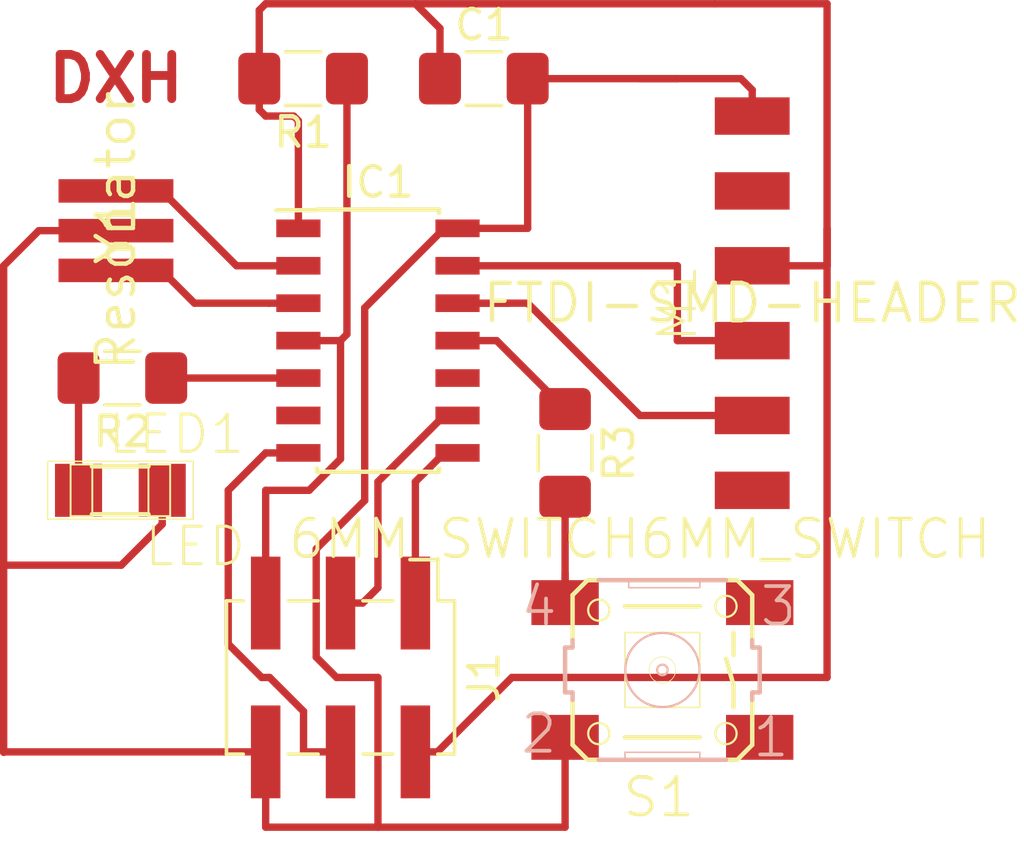
<source format=kicad_pcb>
(kicad_pcb (version 20171130) (host pcbnew 5.0.0)

  (general
    (thickness 1.6)
    (drawings 1)
    (tracks 93)
    (zones 0)
    (modules 10)
    (nets 21)
  )

  (page A4)
  (layers
    (0 F.Cu signal)
    (31 B.Cu signal)
    (32 B.Adhes user)
    (33 F.Adhes user)
    (34 B.Paste user)
    (35 F.Paste user)
    (36 B.SilkS user)
    (37 F.SilkS user)
    (38 B.Mask user)
    (39 F.Mask user)
    (40 Dwgs.User user)
    (41 Cmts.User user)
    (42 Eco1.User user)
    (43 Eco2.User user)
    (44 Edge.Cuts user)
    (45 Margin user)
    (46 B.CrtYd user)
    (47 F.CrtYd user)
    (48 B.Fab user)
    (49 F.Fab user)
  )

  (setup
    (last_trace_width 0.25)
    (trace_clearance 0.2)
    (zone_clearance 0.508)
    (zone_45_only no)
    (trace_min 0.2)
    (segment_width 0.2)
    (edge_width 0.15)
    (via_size 0.8)
    (via_drill 0.4)
    (via_min_size 0.4)
    (via_min_drill 0.3)
    (uvia_size 0.3)
    (uvia_drill 0.1)
    (uvias_allowed no)
    (uvia_min_size 0.2)
    (uvia_min_drill 0.1)
    (pcb_text_width 0.3)
    (pcb_text_size 1.5 1.5)
    (mod_edge_width 0.15)
    (mod_text_size 1 1)
    (mod_text_width 0.15)
    (pad_size 1.524 1.524)
    (pad_drill 0.762)
    (pad_to_mask_clearance 0.2)
    (aux_axis_origin 0 0)
    (visible_elements FFFFFF7F)
    (pcbplotparams
      (layerselection 0x010fc_ffffffff)
      (usegerberextensions false)
      (usegerberattributes false)
      (usegerberadvancedattributes false)
      (creategerberjobfile false)
      (excludeedgelayer true)
      (linewidth 0.100000)
      (plotframeref false)
      (viasonmask false)
      (mode 1)
      (useauxorigin false)
      (hpglpennumber 1)
      (hpglpenspeed 20)
      (hpglpendiameter 15.000000)
      (psnegative false)
      (psa4output false)
      (plotreference true)
      (plotvalue true)
      (plotinvisibletext false)
      (padsonsilk false)
      (subtractmaskfromsilk false)
      (outputformat 1)
      (mirror false)
      (drillshape 1)
      (scaleselection 1)
      (outputdirectory "./"))
  )

  (net 0 "")
  (net 1 +5V)
  (net 2 "Net-(IC1-Pad2)")
  (net 3 "Net-(IC1-Pad3)")
  (net 4 "Net-(IC1-Pad4)")
  (net 5 /LED1)
  (net 6 /SWITCH)
  (net 7 /MOSI)
  (net 8 /MISO)
  (net 9 /SCK)
  (net 10 "Net-(IC1-Pad10)")
  (net 11 "Net-(IC1-Pad12)")
  (net 12 "Net-(IC1-Pad13)")
  (net 13 Earth)
  (net 14 "Net-(LED1-Pad1)")
  (net 15 "Net-(M1-Pad2)")
  (net 16 "Net-(M1-Pad6)")
  (net 17 "Net-(S1-Pad1)")
  (net 18 "Net-(S1-Pad3)")
  (net 19 "Net-(IC1-Pad6)")
  (net 20 "Net-(R3-Pad2)")

  (net_class Default "This is the default net class."
    (clearance 0.2)
    (trace_width 0.25)
    (via_dia 0.8)
    (via_drill 0.4)
    (uvia_dia 0.3)
    (uvia_drill 0.1)
    (add_net +5V)
    (add_net /LED1)
    (add_net /MISO)
    (add_net /MOSI)
    (add_net /SCK)
    (add_net /SWITCH)
    (add_net Earth)
    (add_net "Net-(IC1-Pad10)")
    (add_net "Net-(IC1-Pad12)")
    (add_net "Net-(IC1-Pad13)")
    (add_net "Net-(IC1-Pad2)")
    (add_net "Net-(IC1-Pad3)")
    (add_net "Net-(IC1-Pad4)")
    (add_net "Net-(IC1-Pad6)")
    (add_net "Net-(LED1-Pad1)")
    (add_net "Net-(M1-Pad2)")
    (add_net "Net-(M1-Pad6)")
    (add_net "Net-(R3-Pad2)")
    (add_net "Net-(S1-Pad1)")
    (add_net "Net-(S1-Pad3)")
  )

  (module fab:fab-6MM_SWITCH (layer F.Cu) (tedit 200000) (tstamp 5BC2ACC3)
    (at 62.992 73.406 180)
    (descr "OMRON SWITCH")
    (tags "OMRON SWITCH")
    (path /5BB7076B)
    (attr smd)
    (fp_text reference S1 (at 0.127 -4.318 180) (layer F.SilkS)
      (effects (font (size 1.27 1.27) (thickness 0.127)))
    )
    (fp_text value 6MM_SWITCH6MM_SWITCH (at 0.762 4.445 180) (layer F.SilkS)
      (effects (font (size 1.27 1.27) (thickness 0.127)))
    )
    (fp_line (start 3.302 0.762) (end 3.048 0.762) (layer B.SilkS) (width 0.1524))
    (fp_line (start 3.302 0.762) (end 3.302 -0.762) (layer B.SilkS) (width 0.1524))
    (fp_line (start 3.048 -0.762) (end 3.302 -0.762) (layer B.SilkS) (width 0.1524))
    (fp_line (start 3.048 -1.016) (end 3.048 -2.54) (layer F.SilkS) (width 0.1524))
    (fp_line (start -3.302 -0.762) (end -3.048 -0.762) (layer B.SilkS) (width 0.1524))
    (fp_line (start -3.302 -0.762) (end -3.302 0.762) (layer B.SilkS) (width 0.1524))
    (fp_line (start -3.048 0.762) (end -3.302 0.762) (layer B.SilkS) (width 0.1524))
    (fp_line (start 3.048 -2.54) (end 2.54 -3.048) (layer F.SilkS) (width 0.1524))
    (fp_line (start 2.54 3.048) (end 3.048 2.54) (layer F.SilkS) (width 0.1524))
    (fp_line (start 3.048 2.54) (end 3.048 1.016) (layer F.SilkS) (width 0.1524))
    (fp_line (start -2.54 -3.048) (end -3.048 -2.54) (layer F.SilkS) (width 0.1524))
    (fp_line (start -3.048 -2.54) (end -3.048 -1.016) (layer F.SilkS) (width 0.1524))
    (fp_line (start -2.54 3.048) (end -3.048 2.54) (layer F.SilkS) (width 0.1524))
    (fp_line (start -3.048 2.54) (end -3.048 1.016) (layer F.SilkS) (width 0.1524))
    (fp_line (start -1.27 -1.27) (end -1.27 1.27) (layer F.SilkS) (width 0.0508))
    (fp_line (start 1.27 1.27) (end -1.27 1.27) (layer F.SilkS) (width 0.0508))
    (fp_line (start 1.27 1.27) (end 1.27 -1.27) (layer F.SilkS) (width 0.0508))
    (fp_line (start -1.27 -1.27) (end 1.27 -1.27) (layer F.SilkS) (width 0.0508))
    (fp_line (start -1.27 -3.048) (end -1.27 -2.794) (layer B.SilkS) (width 0.0508))
    (fp_line (start 1.27 -2.794) (end -1.27 -2.794) (layer B.SilkS) (width 0.0508))
    (fp_line (start 1.27 -2.794) (end 1.27 -3.048) (layer B.SilkS) (width 0.0508))
    (fp_line (start 1.143 2.794) (end -1.27 2.794) (layer B.SilkS) (width 0.0508))
    (fp_line (start 1.143 2.794) (end 1.143 3.048) (layer B.SilkS) (width 0.0508))
    (fp_line (start -1.27 2.794) (end -1.27 3.048) (layer B.SilkS) (width 0.0508))
    (fp_line (start 2.54 3.048) (end 2.159 3.048) (layer F.SilkS) (width 0.1524))
    (fp_line (start -2.54 3.048) (end -2.159 3.048) (layer F.SilkS) (width 0.1524))
    (fp_line (start -2.159 3.048) (end -1.27 3.048) (layer B.SilkS) (width 0.1524))
    (fp_line (start -2.54 -3.048) (end -2.159 -3.048) (layer F.SilkS) (width 0.1524))
    (fp_line (start 2.54 -3.048) (end 2.159 -3.048) (layer F.SilkS) (width 0.1524))
    (fp_line (start 2.159 -3.048) (end 1.27 -3.048) (layer B.SilkS) (width 0.1524))
    (fp_line (start 1.27 -3.048) (end -1.27 -3.048) (layer B.SilkS) (width 0.1524))
    (fp_line (start -1.27 -3.048) (end -2.159 -3.048) (layer B.SilkS) (width 0.1524))
    (fp_line (start -1.27 3.048) (end 1.143 3.048) (layer B.SilkS) (width 0.1524))
    (fp_line (start 1.143 3.048) (end 2.159 3.048) (layer B.SilkS) (width 0.1524))
    (fp_line (start 3.048 0.762) (end 3.048 1.016) (layer B.SilkS) (width 0.1524))
    (fp_line (start 3.048 -0.762) (end 3.048 -1.016) (layer B.SilkS) (width 0.1524))
    (fp_line (start -3.048 0.762) (end -3.048 1.016) (layer B.SilkS) (width 0.1524))
    (fp_line (start -3.048 -0.762) (end -3.048 -1.016) (layer B.SilkS) (width 0.1524))
    (fp_line (start -1.27 2.159) (end 1.27 2.159) (layer F.SilkS) (width 0.1524))
    (fp_line (start 1.27 -2.286) (end -1.27 -2.286) (layer F.SilkS) (width 0.1524))
    (fp_line (start -2.413 -1.27) (end -2.413 -0.508) (layer F.SilkS) (width 0.1524))
    (fp_line (start -2.413 0.508) (end -2.413 1.27) (layer F.SilkS) (width 0.1524))
    (fp_line (start -2.413 -0.508) (end -2.159 0.381) (layer F.SilkS) (width 0.1524))
    (fp_circle (center 0 0) (end -0.889 0.889) (layer B.SilkS) (width 0.0762))
    (fp_circle (center -2.159 2.159) (end -2.413 2.413) (layer F.SilkS) (width 0.0762))
    (fp_circle (center 2.159 2.032) (end 2.413 2.286) (layer F.SilkS) (width 0.0762))
    (fp_circle (center 2.159 -2.159) (end 2.413 -2.413) (layer F.SilkS) (width 0.0762))
    (fp_circle (center -2.159 -2.159) (end -2.413 -2.413) (layer F.SilkS) (width 0.0762))
    (fp_circle (center 0 0) (end -0.3175 0.3175) (layer F.SilkS) (width 0.0254))
    (fp_circle (center 0 0) (end -0.127 0.127) (layer B.SilkS) (width 0.0762))
    (fp_text user 1 (at -3.683 -2.286 180) (layer B.SilkS)
      (effects (font (size 1.27 1.27) (thickness 0.127)))
    )
    (fp_text user 2 (at 4.191 -2.159 180) (layer B.SilkS)
      (effects (font (size 1.27 1.27) (thickness 0.127)))
    )
    (fp_text user 3 (at -3.937 2.159 180) (layer B.SilkS)
      (effects (font (size 1.27 1.27) (thickness 0.127)))
    )
    (fp_text user 4 (at 4.191 2.159 180) (layer B.SilkS)
      (effects (font (size 1.27 1.27) (thickness 0.127)))
    )
    (pad 1 smd rect (at -3.302 -2.286 180) (size 2.286 1.524) (layers F.Cu F.Paste F.Mask)
      (net 17 "Net-(S1-Pad1)"))
    (pad 2 smd rect (at 3.302 -2.286 180) (size 2.286 1.524) (layers F.Cu F.Paste F.Mask)
      (net 13 Earth))
    (pad 3 smd rect (at -3.302 2.286 180) (size 2.286 1.524) (layers F.Cu F.Paste F.Mask)
      (net 18 "Net-(S1-Pad3)"))
    (pad 4 smd rect (at 3.302 2.286 180) (size 2.286 1.524) (layers F.Cu F.Paste F.Mask)
      (net 20 "Net-(R3-Pad2)"))
  )

  (module Package_SO:SOIC-14_3.9x8.7mm_P1.27mm (layer F.Cu) (tedit 5A02F2D3) (tstamp 5BB6B2C1)
    (at 53.34 62.23)
    (descr "14-Lead Plastic Small Outline (SL) - Narrow, 3.90 mm Body [SOIC] (see Microchip Packaging Specification 00000049BS.pdf)")
    (tags "SOIC 1.27")
    (path /5BB66B58)
    (attr smd)
    (fp_text reference IC1 (at 0 -5.375) (layer F.SilkS)
      (effects (font (size 1 1) (thickness 0.15)))
    )
    (fp_text value t44 (at 0 5.375) (layer F.Fab)
      (effects (font (size 1 1) (thickness 0.15)))
    )
    (fp_text user %R (at 0 0) (layer F.Fab)
      (effects (font (size 0.9 0.9) (thickness 0.135)))
    )
    (fp_line (start -0.95 -4.35) (end 1.95 -4.35) (layer F.Fab) (width 0.15))
    (fp_line (start 1.95 -4.35) (end 1.95 4.35) (layer F.Fab) (width 0.15))
    (fp_line (start 1.95 4.35) (end -1.95 4.35) (layer F.Fab) (width 0.15))
    (fp_line (start -1.95 4.35) (end -1.95 -3.35) (layer F.Fab) (width 0.15))
    (fp_line (start -1.95 -3.35) (end -0.95 -4.35) (layer F.Fab) (width 0.15))
    (fp_line (start -3.7 -4.65) (end -3.7 4.65) (layer F.CrtYd) (width 0.05))
    (fp_line (start 3.7 -4.65) (end 3.7 4.65) (layer F.CrtYd) (width 0.05))
    (fp_line (start -3.7 -4.65) (end 3.7 -4.65) (layer F.CrtYd) (width 0.05))
    (fp_line (start -3.7 4.65) (end 3.7 4.65) (layer F.CrtYd) (width 0.05))
    (fp_line (start -2.075 -4.45) (end -2.075 -4.425) (layer F.SilkS) (width 0.15))
    (fp_line (start 2.075 -4.45) (end 2.075 -4.335) (layer F.SilkS) (width 0.15))
    (fp_line (start 2.075 4.45) (end 2.075 4.335) (layer F.SilkS) (width 0.15))
    (fp_line (start -2.075 4.45) (end -2.075 4.335) (layer F.SilkS) (width 0.15))
    (fp_line (start -2.075 -4.45) (end 2.075 -4.45) (layer F.SilkS) (width 0.15))
    (fp_line (start -2.075 4.45) (end 2.075 4.45) (layer F.SilkS) (width 0.15))
    (fp_line (start -2.075 -4.425) (end -3.45 -4.425) (layer F.SilkS) (width 0.15))
    (pad 1 smd rect (at -2.7 -3.81) (size 1.5 0.6) (layers F.Cu F.Paste F.Mask)
      (net 1 +5V))
    (pad 2 smd rect (at -2.7 -2.54) (size 1.5 0.6) (layers F.Cu F.Paste F.Mask)
      (net 2 "Net-(IC1-Pad2)"))
    (pad 3 smd rect (at -2.7 -1.27) (size 1.5 0.6) (layers F.Cu F.Paste F.Mask)
      (net 3 "Net-(IC1-Pad3)"))
    (pad 4 smd rect (at -2.7 0) (size 1.5 0.6) (layers F.Cu F.Paste F.Mask)
      (net 4 "Net-(IC1-Pad4)"))
    (pad 5 smd rect (at -2.7 1.27) (size 1.5 0.6) (layers F.Cu F.Paste F.Mask)
      (net 5 /LED1))
    (pad 6 smd rect (at -2.7 2.54) (size 1.5 0.6) (layers F.Cu F.Paste F.Mask)
      (net 19 "Net-(IC1-Pad6)"))
    (pad 7 smd rect (at -2.7 3.81) (size 1.5 0.6) (layers F.Cu F.Paste F.Mask)
      (net 7 /MOSI))
    (pad 8 smd rect (at 2.7 3.81) (size 1.5 0.6) (layers F.Cu F.Paste F.Mask)
      (net 8 /MISO))
    (pad 9 smd rect (at 2.7 2.54) (size 1.5 0.6) (layers F.Cu F.Paste F.Mask)
      (net 9 /SCK))
    (pad 10 smd rect (at 2.7 1.27) (size 1.5 0.6) (layers F.Cu F.Paste F.Mask)
      (net 10 "Net-(IC1-Pad10)"))
    (pad 11 smd rect (at 2.7 0) (size 1.5 0.6) (layers F.Cu F.Paste F.Mask)
      (net 6 /SWITCH))
    (pad 12 smd rect (at 2.7 -1.27) (size 1.5 0.6) (layers F.Cu F.Paste F.Mask)
      (net 11 "Net-(IC1-Pad12)"))
    (pad 13 smd rect (at 2.7 -2.54) (size 1.5 0.6) (layers F.Cu F.Paste F.Mask)
      (net 12 "Net-(IC1-Pad13)"))
    (pad 14 smd rect (at 2.7 -3.81) (size 1.5 0.6) (layers F.Cu F.Paste F.Mask)
      (net 13 Earth))
    (model ${KISYS3DMOD}/Package_SO.3dshapes/SOIC-14_3.9x8.7mm_P1.27mm.wrl
      (at (xyz 0 0 0))
      (scale (xyz 1 1 1))
      (rotate (xyz 0 0 0))
    )
  )

  (module Capacitor_SMD:C_1206_3216Metric_Pad1.42x1.75mm_HandSolder (layer F.Cu) (tedit 5B301BBE) (tstamp 5BC2AC14)
    (at 56.9325 53.34)
    (descr "Capacitor SMD 1206 (3216 Metric), square (rectangular) end terminal, IPC_7351 nominal with elongated pad for handsoldering. (Body size source: http://www.tortai-tech.com/upload/download/2011102023233369053.pdf), generated with kicad-footprint-generator")
    (tags "capacitor handsolder")
    (path /5BB665F6)
    (attr smd)
    (fp_text reference C1 (at 0 -1.82) (layer F.SilkS)
      (effects (font (size 1 1) (thickness 0.15)))
    )
    (fp_text value "1 uF" (at 0 1.82) (layer F.Fab)
      (effects (font (size 1 1) (thickness 0.15)))
    )
    (fp_line (start -1.6 0.8) (end -1.6 -0.8) (layer F.Fab) (width 0.1))
    (fp_line (start -1.6 -0.8) (end 1.6 -0.8) (layer F.Fab) (width 0.1))
    (fp_line (start 1.6 -0.8) (end 1.6 0.8) (layer F.Fab) (width 0.1))
    (fp_line (start 1.6 0.8) (end -1.6 0.8) (layer F.Fab) (width 0.1))
    (fp_line (start -0.602064 -0.91) (end 0.602064 -0.91) (layer F.SilkS) (width 0.12))
    (fp_line (start -0.602064 0.91) (end 0.602064 0.91) (layer F.SilkS) (width 0.12))
    (fp_line (start -2.45 1.12) (end -2.45 -1.12) (layer F.CrtYd) (width 0.05))
    (fp_line (start -2.45 -1.12) (end 2.45 -1.12) (layer F.CrtYd) (width 0.05))
    (fp_line (start 2.45 -1.12) (end 2.45 1.12) (layer F.CrtYd) (width 0.05))
    (fp_line (start 2.45 1.12) (end -2.45 1.12) (layer F.CrtYd) (width 0.05))
    (fp_text user %R (at 0 0) (layer F.Fab)
      (effects (font (size 0.8 0.8) (thickness 0.12)))
    )
    (pad 1 smd roundrect (at -1.4875 0) (size 1.425 1.75) (layers F.Cu F.Paste F.Mask) (roundrect_rratio 0.175439)
      (net 1 +5V))
    (pad 2 smd roundrect (at 1.4875 0) (size 1.425 1.75) (layers F.Cu F.Paste F.Mask) (roundrect_rratio 0.175439)
      (net 13 Earth))
    (model ${KISYS3DMOD}/Capacitor_SMD.3dshapes/C_1206_3216Metric.wrl
      (at (xyz 0 0 0))
      (scale (xyz 1 1 1))
      (rotate (xyz 0 0 0))
    )
  )

  (module Connector_PinHeader_2.54mm:PinHeader_2x03_P2.54mm_Vertical_SMD (layer F.Cu) (tedit 59FED5CC) (tstamp 5BC2AC45)
    (at 52.07 73.66 270)
    (descr "surface-mounted straight pin header, 2x03, 2.54mm pitch, double rows")
    (tags "Surface mounted pin header SMD 2x03 2.54mm double row")
    (path /5BB66480)
    (attr smd)
    (fp_text reference J1 (at 0 -4.87 270) (layer F.SilkS)
      (effects (font (size 1 1) (thickness 0.15)))
    )
    (fp_text value AVR-ISP-6 (at 0 4.87 270) (layer F.Fab)
      (effects (font (size 1 1) (thickness 0.15)))
    )
    (fp_line (start 2.54 3.81) (end -2.54 3.81) (layer F.Fab) (width 0.1))
    (fp_line (start -1.59 -3.81) (end 2.54 -3.81) (layer F.Fab) (width 0.1))
    (fp_line (start -2.54 3.81) (end -2.54 -2.86) (layer F.Fab) (width 0.1))
    (fp_line (start -2.54 -2.86) (end -1.59 -3.81) (layer F.Fab) (width 0.1))
    (fp_line (start 2.54 -3.81) (end 2.54 3.81) (layer F.Fab) (width 0.1))
    (fp_line (start -2.54 -2.86) (end -3.6 -2.86) (layer F.Fab) (width 0.1))
    (fp_line (start -3.6 -2.86) (end -3.6 -2.22) (layer F.Fab) (width 0.1))
    (fp_line (start -3.6 -2.22) (end -2.54 -2.22) (layer F.Fab) (width 0.1))
    (fp_line (start 2.54 -2.86) (end 3.6 -2.86) (layer F.Fab) (width 0.1))
    (fp_line (start 3.6 -2.86) (end 3.6 -2.22) (layer F.Fab) (width 0.1))
    (fp_line (start 3.6 -2.22) (end 2.54 -2.22) (layer F.Fab) (width 0.1))
    (fp_line (start -2.54 -0.32) (end -3.6 -0.32) (layer F.Fab) (width 0.1))
    (fp_line (start -3.6 -0.32) (end -3.6 0.32) (layer F.Fab) (width 0.1))
    (fp_line (start -3.6 0.32) (end -2.54 0.32) (layer F.Fab) (width 0.1))
    (fp_line (start 2.54 -0.32) (end 3.6 -0.32) (layer F.Fab) (width 0.1))
    (fp_line (start 3.6 -0.32) (end 3.6 0.32) (layer F.Fab) (width 0.1))
    (fp_line (start 3.6 0.32) (end 2.54 0.32) (layer F.Fab) (width 0.1))
    (fp_line (start -2.54 2.22) (end -3.6 2.22) (layer F.Fab) (width 0.1))
    (fp_line (start -3.6 2.22) (end -3.6 2.86) (layer F.Fab) (width 0.1))
    (fp_line (start -3.6 2.86) (end -2.54 2.86) (layer F.Fab) (width 0.1))
    (fp_line (start 2.54 2.22) (end 3.6 2.22) (layer F.Fab) (width 0.1))
    (fp_line (start 3.6 2.22) (end 3.6 2.86) (layer F.Fab) (width 0.1))
    (fp_line (start 3.6 2.86) (end 2.54 2.86) (layer F.Fab) (width 0.1))
    (fp_line (start -2.6 -3.87) (end 2.6 -3.87) (layer F.SilkS) (width 0.12))
    (fp_line (start -2.6 3.87) (end 2.6 3.87) (layer F.SilkS) (width 0.12))
    (fp_line (start -4.04 -3.3) (end -2.6 -3.3) (layer F.SilkS) (width 0.12))
    (fp_line (start -2.6 -3.87) (end -2.6 -3.3) (layer F.SilkS) (width 0.12))
    (fp_line (start 2.6 -3.87) (end 2.6 -3.3) (layer F.SilkS) (width 0.12))
    (fp_line (start -2.6 3.3) (end -2.6 3.87) (layer F.SilkS) (width 0.12))
    (fp_line (start 2.6 3.3) (end 2.6 3.87) (layer F.SilkS) (width 0.12))
    (fp_line (start -2.6 -1.78) (end -2.6 -0.76) (layer F.SilkS) (width 0.12))
    (fp_line (start 2.6 -1.78) (end 2.6 -0.76) (layer F.SilkS) (width 0.12))
    (fp_line (start -2.6 0.76) (end -2.6 1.78) (layer F.SilkS) (width 0.12))
    (fp_line (start 2.6 0.76) (end 2.6 1.78) (layer F.SilkS) (width 0.12))
    (fp_line (start -5.9 -4.35) (end -5.9 4.35) (layer F.CrtYd) (width 0.05))
    (fp_line (start -5.9 4.35) (end 5.9 4.35) (layer F.CrtYd) (width 0.05))
    (fp_line (start 5.9 4.35) (end 5.9 -4.35) (layer F.CrtYd) (width 0.05))
    (fp_line (start 5.9 -4.35) (end -5.9 -4.35) (layer F.CrtYd) (width 0.05))
    (fp_text user %R (at 0 0) (layer F.Fab)
      (effects (font (size 1 1) (thickness 0.15)))
    )
    (pad 1 smd rect (at -2.525 -2.54 270) (size 3.15 1) (layers F.Cu F.Paste F.Mask)
      (net 8 /MISO))
    (pad 2 smd rect (at 2.525 -2.54 270) (size 3.15 1) (layers F.Cu F.Paste F.Mask)
      (net 1 +5V))
    (pad 3 smd rect (at -2.525 0 270) (size 3.15 1) (layers F.Cu F.Paste F.Mask)
      (net 9 /SCK))
    (pad 4 smd rect (at 2.525 0 270) (size 3.15 1) (layers F.Cu F.Paste F.Mask)
      (net 7 /MOSI))
    (pad 5 smd rect (at -2.525 2.54 270) (size 3.15 1) (layers F.Cu F.Paste F.Mask)
      (net 4 "Net-(IC1-Pad4)"))
    (pad 6 smd rect (at 2.525 2.54 270) (size 3.15 1) (layers F.Cu F.Paste F.Mask)
      (net 13 Earth))
    (model ${KISYS3DMOD}/Connector_PinHeader_2.54mm.3dshapes/PinHeader_2x03_P2.54mm_Vertical_SMD.wrl
      (at (xyz 0 0 0))
      (scale (xyz 1 1 1))
      (rotate (xyz 0 0 0))
    )
  )

  (module fab:fab-LED1206 (layer F.Cu) (tedit 5BB7D3BE) (tstamp 5BC2AC59)
    (at 44.59986 67.31)
    (descr "LED 1206 PADS (STANDARD PATTERN)")
    (tags "LED 1206 PADS (STANDARD PATTERN)")
    (path /5BB6E9C2)
    (attr smd)
    (fp_text reference LED1 (at 1.905 -1.905) (layer F.SilkS)
      (effects (font (size 1.27 1.27) (thickness 0.1016)))
    )
    (fp_text value LED (at 2.54 1.905) (layer F.SilkS)
      (effects (font (size 1.27 1.27) (thickness 0.1016)))
    )
    (fp_line (start -1.6891 0.8763) (end -0.9525 0.8763) (layer F.SilkS) (width 0.06604))
    (fp_line (start -0.9525 0.8763) (end -0.9525 -0.8763) (layer F.SilkS) (width 0.06604))
    (fp_line (start -1.6891 -0.8763) (end -0.9525 -0.8763) (layer F.SilkS) (width 0.06604))
    (fp_line (start -1.6891 0.8763) (end -1.6891 -0.8763) (layer F.SilkS) (width 0.06604))
    (fp_line (start 0.9525 0.8763) (end 1.6891 0.8763) (layer F.SilkS) (width 0.06604))
    (fp_line (start 1.6891 0.8763) (end 1.6891 -0.8763) (layer F.SilkS) (width 0.06604))
    (fp_line (start 0.9525 -0.8763) (end 1.6891 -0.8763) (layer F.SilkS) (width 0.06604))
    (fp_line (start 0.9525 0.8763) (end 0.9525 -0.8763) (layer F.SilkS) (width 0.06604))
    (fp_line (start 0.9525 0.8128) (end -0.9652 0.8128) (layer F.SilkS) (width 0.1524))
    (fp_line (start 0.9525 -0.8128) (end -0.9652 -0.8128) (layer F.SilkS) (width 0.1524))
    (fp_line (start -2.47142 -0.98298) (end 2.47142 -0.98298) (layer F.SilkS) (width 0.0508))
    (fp_line (start 2.47142 -0.98298) (end 2.47142 0.98298) (layer F.SilkS) (width 0.0508))
    (fp_line (start 2.47142 0.98298) (end -2.47142 0.98298) (layer F.SilkS) (width 0.0508))
    (fp_line (start -2.47142 0.98298) (end -2.47142 -0.98298) (layer F.SilkS) (width 0.0508))
    (pad 1 smd rect (at -1.41986 0) (size 1.59766 1.80086) (layers F.Cu F.Paste F.Mask)
      (net 14 "Net-(LED1-Pad1)"))
    (pad 2 smd rect (at 1.41986 0) (size 1.59766 1.80086) (layers F.Cu F.Paste F.Mask)
      (net 13 Earth))
  )

  (module fab:fab-1X06SMD (layer F.Cu) (tedit 200000) (tstamp 5BC2AC63)
    (at 66.04 60.96)
    (path /5BB6A60E)
    (attr smd)
    (fp_text reference M1 (at -2.54 0 90) (layer F.SilkS)
      (effects (font (size 1.27 1.27) (thickness 0.1016)))
    )
    (fp_text value FTDI-SMD-HEADER (at 0 0) (layer F.SilkS)
      (effects (font (size 1.27 1.27) (thickness 0.15)))
    )
    (pad 1 smd rect (at 0 -6.35) (size 2.54 1.27) (layers F.Cu F.Paste F.Mask)
      (net 13 Earth))
    (pad 2 smd rect (at 0 -3.81) (size 2.54 1.27) (layers F.Cu F.Paste F.Mask)
      (net 15 "Net-(M1-Pad2)"))
    (pad 3 smd rect (at 0 -1.27) (size 2.54 1.27) (layers F.Cu F.Paste F.Mask)
      (net 1 +5V))
    (pad 4 smd rect (at 0 1.27) (size 2.54 1.27) (layers F.Cu F.Paste F.Mask)
      (net 12 "Net-(IC1-Pad13)"))
    (pad 5 smd rect (at 0 3.81) (size 2.54 1.27) (layers F.Cu F.Paste F.Mask)
      (net 11 "Net-(IC1-Pad12)"))
    (pad 6 smd rect (at 0 6.35) (size 2.54 1.27) (layers F.Cu F.Paste F.Mask)
      (net 16 "Net-(M1-Pad6)"))
  )

  (module Resistor_SMD:R_1206_3216Metric_Pad1.42x1.75mm_HandSolder (layer F.Cu) (tedit 5B301BBD) (tstamp 5BC2AC74)
    (at 50.8 53.34 180)
    (descr "Resistor SMD 1206 (3216 Metric), square (rectangular) end terminal, IPC_7351 nominal with elongated pad for handsoldering. (Body size source: http://www.tortai-tech.com/upload/download/2011102023233369053.pdf), generated with kicad-footprint-generator")
    (tags "resistor handsolder")
    (path /5BB652E2)
    (attr smd)
    (fp_text reference R1 (at 0 -1.82 180) (layer F.SilkS)
      (effects (font (size 1 1) (thickness 0.15)))
    )
    (fp_text value 10k (at 0 1.82 180) (layer F.Fab)
      (effects (font (size 1 1) (thickness 0.15)))
    )
    (fp_line (start -1.6 0.8) (end -1.6 -0.8) (layer F.Fab) (width 0.1))
    (fp_line (start -1.6 -0.8) (end 1.6 -0.8) (layer F.Fab) (width 0.1))
    (fp_line (start 1.6 -0.8) (end 1.6 0.8) (layer F.Fab) (width 0.1))
    (fp_line (start 1.6 0.8) (end -1.6 0.8) (layer F.Fab) (width 0.1))
    (fp_line (start -0.602064 -0.91) (end 0.602064 -0.91) (layer F.SilkS) (width 0.12))
    (fp_line (start -0.602064 0.91) (end 0.602064 0.91) (layer F.SilkS) (width 0.12))
    (fp_line (start -2.45 1.12) (end -2.45 -1.12) (layer F.CrtYd) (width 0.05))
    (fp_line (start -2.45 -1.12) (end 2.45 -1.12) (layer F.CrtYd) (width 0.05))
    (fp_line (start 2.45 -1.12) (end 2.45 1.12) (layer F.CrtYd) (width 0.05))
    (fp_line (start 2.45 1.12) (end -2.45 1.12) (layer F.CrtYd) (width 0.05))
    (fp_text user %R (at 0 0 180) (layer F.Fab)
      (effects (font (size 0.8 0.8) (thickness 0.12)))
    )
    (pad 1 smd roundrect (at -1.4875 0 180) (size 1.425 1.75) (layers F.Cu F.Paste F.Mask) (roundrect_rratio 0.175439)
      (net 4 "Net-(IC1-Pad4)"))
    (pad 2 smd roundrect (at 1.4875 0 180) (size 1.425 1.75) (layers F.Cu F.Paste F.Mask) (roundrect_rratio 0.175439)
      (net 1 +5V))
    (model ${KISYS3DMOD}/Resistor_SMD.3dshapes/R_1206_3216Metric.wrl
      (at (xyz 0 0 0))
      (scale (xyz 1 1 1))
      (rotate (xyz 0 0 0))
    )
  )

  (module Resistor_SMD:R_1206_3216Metric_Pad1.42x1.75mm_HandSolder (layer F.Cu) (tedit 5B301BBD) (tstamp 5BC2AC85)
    (at 44.6675 63.5 180)
    (descr "Resistor SMD 1206 (3216 Metric), square (rectangular) end terminal, IPC_7351 nominal with elongated pad for handsoldering. (Body size source: http://www.tortai-tech.com/upload/download/2011102023233369053.pdf), generated with kicad-footprint-generator")
    (tags "resistor handsolder")
    (path /5BB6EA41)
    (attr smd)
    (fp_text reference R2 (at 0 -1.82 180) (layer F.SilkS)
      (effects (font (size 1 1) (thickness 0.15)))
    )
    (fp_text value 100k (at 0 1.82 180) (layer F.Fab)
      (effects (font (size 1 1) (thickness 0.15)))
    )
    (fp_text user %R (at 0 0 180) (layer F.Fab)
      (effects (font (size 0.8 0.8) (thickness 0.12)))
    )
    (fp_line (start 2.45 1.12) (end -2.45 1.12) (layer F.CrtYd) (width 0.05))
    (fp_line (start 2.45 -1.12) (end 2.45 1.12) (layer F.CrtYd) (width 0.05))
    (fp_line (start -2.45 -1.12) (end 2.45 -1.12) (layer F.CrtYd) (width 0.05))
    (fp_line (start -2.45 1.12) (end -2.45 -1.12) (layer F.CrtYd) (width 0.05))
    (fp_line (start -0.602064 0.91) (end 0.602064 0.91) (layer F.SilkS) (width 0.12))
    (fp_line (start -0.602064 -0.91) (end 0.602064 -0.91) (layer F.SilkS) (width 0.12))
    (fp_line (start 1.6 0.8) (end -1.6 0.8) (layer F.Fab) (width 0.1))
    (fp_line (start 1.6 -0.8) (end 1.6 0.8) (layer F.Fab) (width 0.1))
    (fp_line (start -1.6 -0.8) (end 1.6 -0.8) (layer F.Fab) (width 0.1))
    (fp_line (start -1.6 0.8) (end -1.6 -0.8) (layer F.Fab) (width 0.1))
    (pad 2 smd roundrect (at 1.4875 0 180) (size 1.425 1.75) (layers F.Cu F.Paste F.Mask) (roundrect_rratio 0.175439)
      (net 14 "Net-(LED1-Pad1)"))
    (pad 1 smd roundrect (at -1.4875 0 180) (size 1.425 1.75) (layers F.Cu F.Paste F.Mask) (roundrect_rratio 0.175439)
      (net 5 /LED1))
    (model ${KISYS3DMOD}/Resistor_SMD.3dshapes/R_1206_3216Metric.wrl
      (at (xyz 0 0 0))
      (scale (xyz 1 1 1))
      (rotate (xyz 0 0 0))
    )
  )

  (module fab:fab-EFOBM (layer F.Cu) (tedit 200000) (tstamp 5BC2ACCA)
    (at 44.45 58.49874 270)
    (path /5BB680EC)
    (attr smd)
    (fp_text reference Y1 (at 0 0 270) (layer F.SilkS)
      (effects (font (size 1.27 1.27) (thickness 0.15)))
    )
    (fp_text value Resonator (at 0 0 270) (layer F.SilkS)
      (effects (font (size 1.27 1.27) (thickness 0.15)))
    )
    (pad 1 smd rect (at -1.34874 0) (size 3.8989 0.79756) (layers F.Cu F.Paste F.Mask)
      (net 2 "Net-(IC1-Pad2)"))
    (pad 2 smd rect (at 0 0 180) (size 3.8989 0.79756) (layers F.Cu F.Paste F.Mask)
      (net 13 Earth))
    (pad 3 smd rect (at 1.34874 0 180) (size 3.8989 0.79756) (layers F.Cu F.Paste F.Mask)
      (net 3 "Net-(IC1-Pad3)"))
  )

  (module Resistor_SMD:R_1206_3216Metric_Pad1.42x1.75mm_HandSolder (layer F.Cu) (tedit 5B301BBD) (tstamp 5BC3EBBF)
    (at 59.69 66.04 270)
    (descr "Resistor SMD 1206 (3216 Metric), square (rectangular) end terminal, IPC_7351 nominal with elongated pad for handsoldering. (Body size source: http://www.tortai-tech.com/upload/download/2011102023233369053.pdf), generated with kicad-footprint-generator")
    (tags "resistor handsolder")
    (path /5BB8B977)
    (attr smd)
    (fp_text reference R3 (at 0 -1.82 270) (layer F.SilkS)
      (effects (font (size 1 1) (thickness 0.15)))
    )
    (fp_text value 100k (at 0 1.82 270) (layer F.Fab)
      (effects (font (size 1 1) (thickness 0.15)))
    )
    (fp_line (start -1.6 0.8) (end -1.6 -0.8) (layer F.Fab) (width 0.1))
    (fp_line (start -1.6 -0.8) (end 1.6 -0.8) (layer F.Fab) (width 0.1))
    (fp_line (start 1.6 -0.8) (end 1.6 0.8) (layer F.Fab) (width 0.1))
    (fp_line (start 1.6 0.8) (end -1.6 0.8) (layer F.Fab) (width 0.1))
    (fp_line (start -0.602064 -0.91) (end 0.602064 -0.91) (layer F.SilkS) (width 0.12))
    (fp_line (start -0.602064 0.91) (end 0.602064 0.91) (layer F.SilkS) (width 0.12))
    (fp_line (start -2.45 1.12) (end -2.45 -1.12) (layer F.CrtYd) (width 0.05))
    (fp_line (start -2.45 -1.12) (end 2.45 -1.12) (layer F.CrtYd) (width 0.05))
    (fp_line (start 2.45 -1.12) (end 2.45 1.12) (layer F.CrtYd) (width 0.05))
    (fp_line (start 2.45 1.12) (end -2.45 1.12) (layer F.CrtYd) (width 0.05))
    (fp_text user %R (at 0 0 270) (layer F.Fab)
      (effects (font (size 0.8 0.8) (thickness 0.12)))
    )
    (pad 1 smd roundrect (at -1.4875 0 270) (size 1.425 1.75) (layers F.Cu F.Paste F.Mask) (roundrect_rratio 0.175439)
      (net 6 /SWITCH))
    (pad 2 smd roundrect (at 1.4875 0 270) (size 1.425 1.75) (layers F.Cu F.Paste F.Mask) (roundrect_rratio 0.175439)
      (net 20 "Net-(R3-Pad2)"))
    (model ${KISYS3DMOD}/Resistor_SMD.3dshapes/R_1206_3216Metric.wrl
      (at (xyz 0 0 0))
      (scale (xyz 1 1 1))
      (rotate (xyz 0 0 0))
    )
  )

  (gr_text DXH (at 44.45 53.34) (layer F.Cu)
    (effects (font (size 1.5 1.5) (thickness 0.3)))
  )

  (segment (start 68.58 58.42) (end 68.58 59.69) (width 0.25) (layer F.Cu) (net 1))
  (segment (start 68.58 73.66) (end 68.58 58.42) (width 0.25) (layer F.Cu) (net 1))
  (segment (start 57.885 73.66) (end 68.58 73.66) (width 0.25) (layer F.Cu) (net 1))
  (segment (start 54.61 76.185) (end 55.36 76.185) (width 0.25) (layer F.Cu) (net 1))
  (segment (start 55.36 76.185) (end 57.885 73.66) (width 0.25) (layer F.Cu) (net 1))
  (segment (start 68.58 50.8) (end 64.77 50.8) (width 0.25) (layer F.Cu) (net 1))
  (segment (start 68.58 59.69) (end 68.58 50.8) (width 0.25) (layer F.Cu) (net 1))
  (segment (start 66.04 59.69) (end 68.58 59.69) (width 0.25) (layer F.Cu) (net 1))
  (segment (start 54.61 50.8) (end 64.77 50.8) (width 0.25) (layer F.Cu) (net 1))
  (segment (start 55.445 51.635) (end 54.61 50.8) (width 0.25) (layer F.Cu) (net 1))
  (segment (start 49.53 50.8) (end 49.3125 51.0175) (width 0.25) (layer F.Cu) (net 1))
  (segment (start 55.445 53.34) (end 55.445 51.635) (width 0.25) (layer F.Cu) (net 1))
  (segment (start 54.61 50.8) (end 49.53 50.8) (width 0.25) (layer F.Cu) (net 1))
  (segment (start 49.3125 51.0175) (end 49.3125 53.34) (width 0.25) (layer F.Cu) (net 1))
  (segment (start 49.53 54.61) (end 49.3125 54.3925) (width 0.25) (layer F.Cu) (net 1))
  (segment (start 49.3125 54.3925) (end 49.3125 53.34) (width 0.25) (layer F.Cu) (net 1))
  (segment (start 50.48 54.61) (end 49.53 54.61) (width 0.25) (layer F.Cu) (net 1))
  (segment (start 50.64 54.77) (end 50.48 54.61) (width 0.25) (layer F.Cu) (net 1))
  (segment (start 50.64 58.42) (end 50.64 54.77) (width 0.25) (layer F.Cu) (net 1))
  (segment (start 50.64 59.69) (end 48.54067 59.69) (width 0.25) (layer F.Cu) (net 2))
  (segment (start 48.54067 59.69) (end 46.00067 57.15) (width 0.25) (layer F.Cu) (net 2))
  (segment (start 46.00067 57.15) (end 44.45 57.15) (width 0.25) (layer F.Cu) (net 2))
  (segment (start 44.45 59.84748) (end 46.00067 59.84748) (width 0.25) (layer F.Cu) (net 3))
  (segment (start 46.00067 59.84748) (end 47.11319 60.96) (width 0.25) (layer F.Cu) (net 3))
  (segment (start 47.11319 60.96) (end 49.64 60.96) (width 0.25) (layer F.Cu) (net 3))
  (segment (start 49.64 60.96) (end 50.64 60.96) (width 0.25) (layer F.Cu) (net 3))
  (segment (start 52.07 62.23) (end 52.2875 62.0125) (width 0.25) (layer F.Cu) (net 4))
  (segment (start 52.2875 62.0125) (end 52.2875 53.34) (width 0.25) (layer F.Cu) (net 4))
  (segment (start 52.07 62.23) (end 50.64 62.23) (width 0.25) (layer F.Cu) (net 4))
  (segment (start 52.07 66.245002) (end 52.07 62.23) (width 0.25) (layer F.Cu) (net 4))
  (segment (start 49.53 67.31) (end 51.005002 67.31) (width 0.25) (layer F.Cu) (net 4))
  (segment (start 51.005002 67.31) (end 52.07 66.245002) (width 0.25) (layer F.Cu) (net 4))
  (segment (start 49.53 71.135) (end 49.53 67.31) (width 0.25) (layer F.Cu) (net 4))
  (segment (start 49.53 71.135) (end 49.53 70.06) (width 0.25) (layer F.Cu) (net 4))
  (segment (start 46.155 63.5) (end 50.64 63.5) (width 0.25) (layer F.Cu) (net 5))
  (segment (start 56.04 62.23) (end 57.3675 62.23) (width 0.25) (layer F.Cu) (net 6))
  (segment (start 57.3675 62.23) (end 59.69 64.5525) (width 0.25) (layer F.Cu) (net 6))
  (segment (start 56.04 62.23) (end 56.49 62.23) (width 0.25) (layer F.Cu) (net 6))
  (segment (start 50.815 76.185) (end 50.815 74.809998) (width 0.25) (layer F.Cu) (net 7))
  (segment (start 50.815 74.809998) (end 49.665002 73.66) (width 0.25) (layer F.Cu) (net 7))
  (segment (start 49.665002 73.66) (end 49.394998 73.66) (width 0.25) (layer F.Cu) (net 7))
  (segment (start 52.07 76.185) (end 50.815 76.185) (width 0.25) (layer F.Cu) (net 7))
  (segment (start 48.26 67.31) (end 49.53 66.04) (width 0.25) (layer F.Cu) (net 7))
  (segment (start 49.53 66.04) (end 50.64 66.04) (width 0.25) (layer F.Cu) (net 7))
  (segment (start 48.26 72.525002) (end 48.26 67.31) (width 0.25) (layer F.Cu) (net 7))
  (segment (start 49.394998 73.66) (end 48.26 72.525002) (width 0.25) (layer F.Cu) (net 7))
  (segment (start 54.61 71.135) (end 54.61 67.02) (width 0.25) (layer F.Cu) (net 8))
  (segment (start 54.61 67.02) (end 55.59 66.04) (width 0.25) (layer F.Cu) (net 8))
  (segment (start 55.59 66.04) (end 56.04 66.04) (width 0.25) (layer F.Cu) (net 8))
  (segment (start 53.34 70.615) (end 53.34 67.02) (width 0.25) (layer F.Cu) (net 9))
  (segment (start 53.34 67.02) (end 55.59 64.77) (width 0.25) (layer F.Cu) (net 9))
  (segment (start 55.59 64.77) (end 56.04 64.77) (width 0.25) (layer F.Cu) (net 9))
  (segment (start 52.07 71.135) (end 52.82 71.135) (width 0.25) (layer F.Cu) (net 9))
  (segment (start 52.82 71.135) (end 53.34 70.615) (width 0.25) (layer F.Cu) (net 9))
  (segment (start 62.23 64.77) (end 58.42 60.96) (width 0.25) (layer F.Cu) (net 11))
  (segment (start 58.42 60.96) (end 56.04 60.96) (width 0.25) (layer F.Cu) (net 11))
  (segment (start 66.04 64.77) (end 62.23 64.77) (width 0.25) (layer F.Cu) (net 11))
  (segment (start 57.78359 60.96) (end 56.04 60.96) (width 0.25) (layer F.Cu) (net 11))
  (segment (start 66.04 64.77) (end 65.40359 64.77) (width 0.25) (layer F.Cu) (net 11))
  (segment (start 63.5 59.69) (end 63.5 62.23) (width 0.25) (layer F.Cu) (net 12))
  (segment (start 56.04 59.69) (end 63.5 59.69) (width 0.25) (layer F.Cu) (net 12))
  (segment (start 63.5 62.23) (end 66.04 62.23) (width 0.25) (layer F.Cu) (net 12))
  (segment (start 52.88999 61.12001) (end 52.88999 67.655008) (width 0.25) (layer F.Cu) (net 13))
  (segment (start 53.34 78.74) (end 49.53 78.74) (width 0.25) (layer F.Cu) (net 13))
  (segment (start 55.59 58.42) (end 52.88999 61.12001) (width 0.25) (layer F.Cu) (net 13))
  (segment (start 56.04 58.42) (end 55.59 58.42) (width 0.25) (layer F.Cu) (net 13))
  (segment (start 59.69 78.74) (end 53.34 78.74) (width 0.25) (layer F.Cu) (net 13))
  (segment (start 51.244999 72.970001) (end 51.934998 73.66) (width 0.25) (layer F.Cu) (net 13))
  (segment (start 52.88999 67.655008) (end 51.244999 69.299999) (width 0.25) (layer F.Cu) (net 13))
  (segment (start 51.244999 69.299999) (end 51.244999 72.970001) (width 0.25) (layer F.Cu) (net 13))
  (segment (start 51.934998 73.66) (end 53.34 73.66) (width 0.25) (layer F.Cu) (net 13))
  (segment (start 53.34 73.66) (end 53.34 78.74) (width 0.25) (layer F.Cu) (net 13))
  (segment (start 63.5 53.34) (end 65.655 53.34) (width 0.25) (layer F.Cu) (net 13))
  (segment (start 62.23 53.34) (end 63.5 53.34) (width 0.25) (layer F.Cu) (net 13))
  (segment (start 58.42 53.34) (end 63.5 53.34) (width 0.25) (layer F.Cu) (net 13))
  (segment (start 49.53 78.74) (end 49.53 76.185) (width 0.25) (layer F.Cu) (net 13))
  (segment (start 59.69 75.692) (end 59.69 78.74) (width 0.25) (layer F.Cu) (net 13))
  (segment (start 40.64 69.85) (end 40.64 76.2) (width 0.25) (layer F.Cu) (net 13))
  (segment (start 40.64 59.69) (end 40.64 69.85) (width 0.25) (layer F.Cu) (net 13))
  (segment (start 44.63015 69.85) (end 40.64 69.85) (width 0.25) (layer F.Cu) (net 13))
  (segment (start 46.01972 67.31) (end 46.01972 68.46043) (width 0.25) (layer F.Cu) (net 13))
  (segment (start 46.01972 68.46043) (end 44.63015 69.85) (width 0.25) (layer F.Cu) (net 13))
  (segment (start 40.64 76.2) (end 40.655 76.185) (width 0.25) (layer F.Cu) (net 13))
  (segment (start 40.655 76.185) (end 49.53 76.185) (width 0.25) (layer F.Cu) (net 13))
  (segment (start 41.83126 58.49874) (end 40.64 59.69) (width 0.25) (layer F.Cu) (net 13))
  (segment (start 44.45 58.49874) (end 41.83126 58.49874) (width 0.25) (layer F.Cu) (net 13))
  (segment (start 65.655 53.34) (end 66.04 53.725) (width 0.25) (layer F.Cu) (net 13))
  (segment (start 66.04 53.725) (end 66.04 54.61) (width 0.25) (layer F.Cu) (net 13))
  (segment (start 58.42 58.42) (end 58.42 53.34) (width 0.25) (layer F.Cu) (net 13))
  (segment (start 56.04 58.42) (end 58.42 58.42) (width 0.25) (layer F.Cu) (net 13))
  (segment (start 43.18 63.5) (end 43.18 67.31) (width 0.25) (layer F.Cu) (net 14))
  (segment (start 59.69 71.12) (end 59.69 67.5275) (width 0.25) (layer F.Cu) (net 20))
  (segment (start 59.69 70.108) (end 59.69 71.12) (width 0.25) (layer F.Cu) (net 20))

)

</source>
